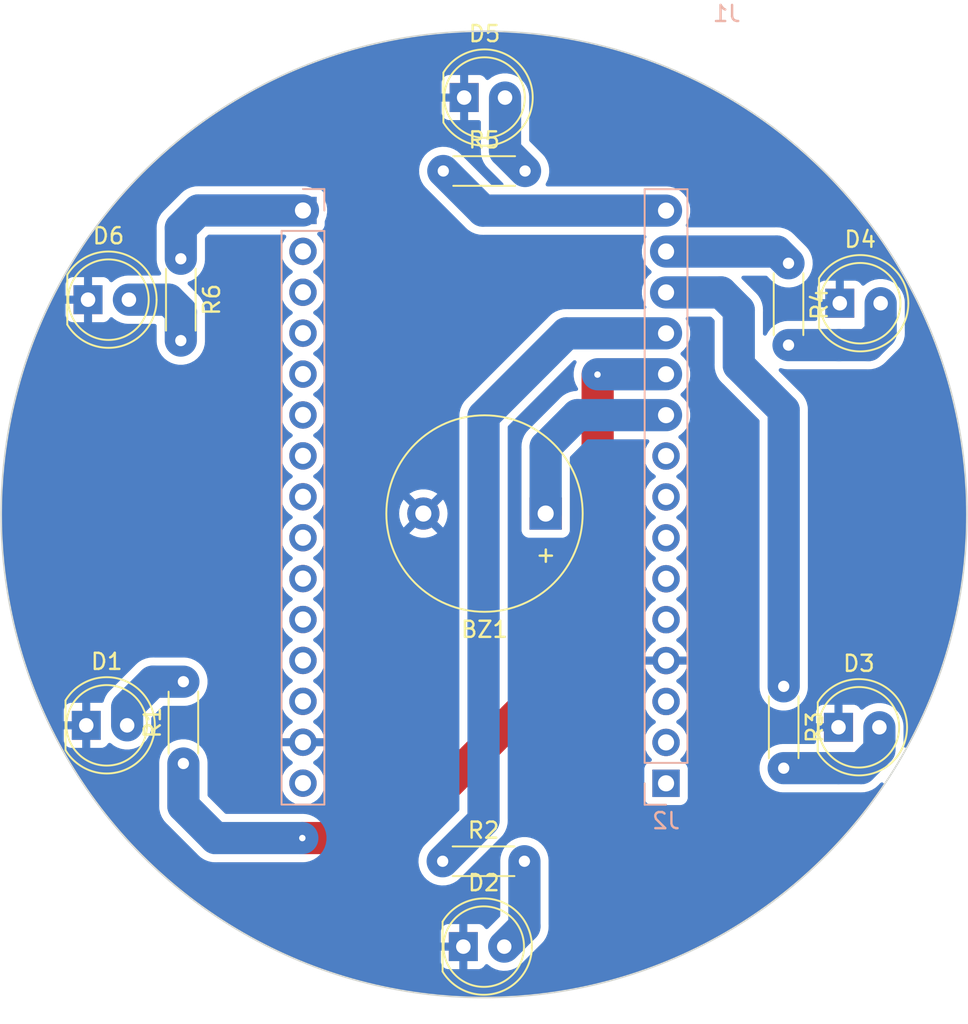
<source format=kicad_pcb>
(kicad_pcb (version 20221018) (generator pcbnew)
  (layers (0 "F.Cu" signal) (31 "B.Cu" signal) (34 "B.Paste" user) (35 "F.Paste" user) (36 "B.SilkS" user "B.Silkscreen") (37 "F.SilkS" user "F.Silkscreen") (38 "B.Mask" user) (39 "F.Mask" user) (44 "Edge.Cuts" user))
  (net 0 "")
  (net 1 "/10")
  (net 2 "GND")
  (net 3 "Net-(D1-A)")
  (net 4 "Net-(D2-A)")
  (net 5 "Net-(D3-A)")
  (net 6 "Net-(D4-A)")
  (net 7 "Net-(D5-A)")
  (net 8 "Net-(D6-A)")
  (net 9 "/16")
  (net 10 "/17")
  (net 11 "/18")
  (net 12 "/19")
  (net 13 "/20")
  (net 14 "/21")
  (net 15 "/22")
  (net 16 "/23")
  (net 17 "/24")
  (net 18 "/25")
  (net 19 "/26")
  (net 20 "/27")
  (net 21 "/28")
  (net 22 "/30")
  (net 23 "/1")
  (net 24 "/2")
  (net 25 "/3")
  (net 26 "/5")
  (net 27 "/6")
  (net 28 "/7")
  (net 29 "/8")
  (net 30 "/9")
  (net 31 "/11")
  (net 32 "/12")
  (net 33 "/13")
  (net 34 "/14")
  (net 35 "/15")
  (footprint "LED_THT:LED_D5.0mm" (layer "F.Cu") (at 125.285 113.1)
    (fp_text reference "D1" (at 1.27 -3.96) (layer "F.SilkS"))
    (fp_text value "LED")
    (fp_line (start -1.29 -1.545) (end -1.29 1.545) (stroke (width 0.12)) (layer "F.SilkS"))
    (fp_arc (start -1.29 -1.54483) (mid 2.072002 -2.880433) (end 4.26 0.000462) (stroke (width 0.12)) (layer "F.SilkS"))
    (fp_arc (start 4.26 -0.000462) (mid 2.072002 2.880433) (end -1.29 1.54483) (stroke (width 0.12)) (layer "F.SilkS"))
    (fp_circle (center 1.27 0) (end 3.77 0) (stroke (width 0.12)) (fill none) (layer "F.SilkS"))
    (pad "1" thru_hole rect (at 0 0) (size 1.8 1.8) (drill 0.9) (layers "*.Cu" "*.Mask") (net 2 "GND"))
    (pad "2" thru_hole circle (at 2.54 0) (size 1.8 1.8) (drill 0.9) (layers "*.Cu" "*.Mask") (net 3 "Net-(D1-A)"))
  )
  (footprint "Buzzer_Beeper:Buzzer_12x9.5RM7.6" (layer "F.Cu") (at 153.83 99.95 180)
    (fp_text reference "BZ1" (at 3.8 -7.2) (layer "F.SilkS"))
    (fp_text value "Buzzer")
    (fp_text user "+" (at -0.01 -2.54) (layer "F.SilkS"))
    (fp_circle (center 3.8 0) (end 9.9 0) (stroke (width 0.12)) (fill none) (layer "F.SilkS"))
    (pad "1" thru_hole rect (at 0 0 180) (size 2 2) (drill 1) (layers "*.Cu" "*.Mask") (net 1 "/10"))
    (pad "2" thru_hole circle (at 7.6 0 180) (size 2 2) (drill 1) (layers "*.Cu" "*.Mask") (net 2 "GND"))
  )
  (footprint "Resistor_THT:R_Axial_DIN0204_L3.6mm_D1.6mm_P5.08mm_Horizontal" (layer "F.Cu") (at 131.32 115.47 90)
    (fp_text reference "R1" (at 2.54 -1.92 90) (layer "F.SilkS"))
    (fp_text value "R")
    (fp_line (start 0.62 -0.92) (end 4.46 -0.92) (stroke (width 0.12)) (layer "F.SilkS"))
    (fp_line (start 0.62 0.92) (end 4.46 0.92) (stroke (width 0.12)) (layer "F.SilkS"))
    (pad "1" thru_hole circle (at 0 0 90) (size 1.4 1.4) (drill 0.7) (layers "*.Cu" "*.Mask") (net 31 "/11"))
    (pad "2" thru_hole oval (at 5.08 0 90) (size 1.4 1.4) (drill 0.7) (layers "*.Cu" "*.Mask") (net 3 "Net-(D1-A)"))
  )
  (footprint "LED_THT:LED_D5.0mm" (layer "F.Cu") (at 148.765 74.12)
    (fp_text reference "D5" (at 1.27 -3.96) (layer "F.SilkS"))
    (fp_text value "LED")
    (fp_line (start -1.29 -1.545) (end -1.29 1.545) (stroke (width 0.12)) (layer "F.SilkS"))
    (fp_arc (start -1.29 -1.54483) (mid 2.072002 -2.880433) (end 4.26 0.000462) (stroke (width 0.12)) (layer "F.SilkS"))
    (fp_arc (start 4.26 -0.000462) (mid 2.072002 2.880433) (end -1.29 1.54483) (stroke (width 0.12)) (layer "F.SilkS"))
    (fp_circle (center 1.27 0) (end 3.77 0) (stroke (width 0.12)) (fill none) (layer "F.SilkS"))
    (pad "1" thru_hole rect (at 0 0) (size 1.8 1.8) (drill 0.9) (layers "*.Cu" "*.Mask") (net 2 "GND"))
    (pad "2" thru_hole circle (at 2.54 0) (size 1.8 1.8) (drill 0.9) (layers "*.Cu" "*.Mask") (net 7 "Net-(D5-A)"))
  )
  (footprint "Resistor_THT:R_Axial_DIN0204_L3.6mm_D1.6mm_P5.08mm_Horizontal" (layer "F.Cu") (at 147.43 121.54)
    (fp_text reference "R2" (at 2.54 -1.92) (layer "F.SilkS"))
    (fp_text value "R")
    (fp_line (start 0.62 -0.92) (end 4.46 -0.92) (stroke (width 0.12)) (layer "F.SilkS"))
    (fp_line (start 0.62 0.92) (end 4.46 0.92) (stroke (width 0.12)) (layer "F.SilkS"))
    (pad "1" thru_hole circle (at 0 0) (size 1.4 1.4) (drill 0.7) (layers "*.Cu" "*.Mask") (net 32 "/12"))
    (pad "2" thru_hole oval (at 5.08 0) (size 1.4 1.4) (drill 0.7) (layers "*.Cu" "*.Mask") (net 4 "Net-(D2-A)"))
  )
  (footprint "LED_THT:LED_D5.0mm" (layer "F.Cu") (at 125.395 86.67)
    (fp_text reference "D6" (at 1.27 -3.96) (layer "F.SilkS"))
    (fp_text value "LED")
    (fp_line (start -1.29 -1.545) (end -1.29 1.545) (stroke (width 0.12)) (layer "F.SilkS"))
    (fp_arc (start -1.29 -1.54483) (mid 2.072002 -2.880433) (end 4.26 0.000462) (stroke (width 0.12)) (layer "F.SilkS"))
    (fp_arc (start 4.26 -0.000462) (mid 2.072002 2.880433) (end -1.29 1.54483) (stroke (width 0.12)) (layer "F.SilkS"))
    (fp_circle (center 1.27 0) (end 3.77 0) (stroke (width 0.12)) (fill none) (layer "F.SilkS"))
    (pad "1" thru_hole rect (at 0 0) (size 1.8 1.8) (drill 0.9) (layers "*.Cu" "*.Mask") (net 2 "GND"))
    (pad "2" thru_hole circle (at 2.54 0) (size 1.8 1.8) (drill 0.9) (layers "*.Cu" "*.Mask") (net 8 "Net-(D6-A)"))
  )
  (footprint "Resistor_THT:R_Axial_DIN0204_L3.6mm_D1.6mm_P5.08mm_Horizontal" (layer "F.Cu") (at 147.47 78.68)
    (fp_text reference "R5" (at 2.54 -1.92) (layer "F.SilkS"))
    (fp_text value "R")
    (fp_line (start 0.62 -0.92) (end 4.46 -0.92) (stroke (width 0.12)) (layer "F.SilkS"))
    (fp_line (start 0.62 0.92) (end 4.46 0.92) (stroke (width 0.12)) (layer "F.SilkS"))
    (pad "1" thru_hole circle (at 0 0) (size 1.4 1.4) (drill 0.7) (layers "*.Cu" "*.Mask") (net 35 "/15"))
    (pad "2" thru_hole oval (at 5.08 0) (size 1.4 1.4) (drill 0.7) (layers "*.Cu" "*.Mask") (net 7 "Net-(D5-A)"))
  )
  (footprint "LED_THT:LED_D5.0mm" (layer "F.Cu") (at 148.715 126.84)
    (fp_text reference "D2" (at 1.27 -3.96) (layer "F.SilkS"))
    (fp_text value "LED")
    (fp_line (start -1.29 -1.545) (end -1.29 1.545) (stroke (width 0.12)) (layer "F.SilkS"))
    (fp_arc (start -1.29 -1.54483) (mid 2.072002 -2.880433) (end 4.26 0.000462) (stroke (width 0.12)) (layer "F.SilkS"))
    (fp_arc (start 4.26 -0.000462) (mid 2.072002 2.880433) (end -1.29 1.54483) (stroke (width 0.12)) (layer "F.SilkS"))
    (fp_circle (center 1.27 0) (end 3.77 0) (stroke (width 0.12)) (fill none) (layer "F.SilkS"))
    (pad "1" thru_hole rect (at 0 0) (size 1.8 1.8) (drill 0.9) (layers "*.Cu" "*.Mask") (net 2 "GND"))
    (pad "2" thru_hole circle (at 2.54 0) (size 1.8 1.8) (drill 0.9) (layers "*.Cu" "*.Mask") (net 4 "Net-(D2-A)"))
  )
  (footprint "Resistor_THT:R_Axial_DIN0204_L3.6mm_D1.6mm_P5.08mm_Horizontal" (layer "F.Cu") (at 168.62 110.68 -90)
    (fp_text reference "R3" (at 2.54 -1.92 90) (layer "F.SilkS"))
    (fp_text value "R")
    (fp_line (start 0.62 -0.92) (end 4.46 -0.92) (stroke (width 0.12)) (layer "F.SilkS"))
    (fp_line (start 0.62 0.92) (end 4.46 0.92) (stroke (width 0.12)) (layer "F.SilkS"))
    (pad "1" thru_hole circle (at 0 0 270) (size 1.4 1.4) (drill 0.7) (layers "*.Cu" "*.Mask") (net 33 "/13"))
    (pad "2" thru_hole oval (at 5.08 0 270) (size 1.4 1.4) (drill 0.7) (layers "*.Cu" "*.Mask") (net 5 "Net-(D3-A)"))
  )
  (footprint "Resistor_THT:R_Axial_DIN0204_L3.6mm_D1.6mm_P5.08mm_Horizontal" (layer "F.Cu") (at 168.92 84.41 -90)
    (fp_text reference "R4" (at 2.54 -1.92 90) (layer "F.SilkS"))
    (fp_text value "R")
    (fp_line (start 0.62 -0.92) (end 4.46 -0.92) (stroke (width 0.12)) (layer "F.SilkS"))
    (fp_line (start 0.62 0.92) (end 4.46 0.92) (stroke (width 0.12)) (layer "F.SilkS"))
    (pad "1" thru_hole circle (at 0 0 270) (size 1.4 1.4) (drill 0.7) (layers "*.Cu" "*.Mask") (net 34 "/14"))
    (pad "2" thru_hole oval (at 5.08 0 270) (size 1.4 1.4) (drill 0.7) (layers "*.Cu" "*.Mask") (net 6 "Net-(D4-A)"))
  )
  (footprint "Resistor_THT:R_Axial_DIN0204_L3.6mm_D1.6mm_P5.08mm_Horizontal" (layer "F.Cu") (at 131.16 84.13 -90)
    (fp_text reference "R6" (at 2.54 -1.92 90) (layer "F.SilkS"))
    (fp_text value "R")
    (fp_line (start 0.62 -0.92) (end 4.46 -0.92) (stroke (width 0.12)) (layer "F.SilkS"))
    (fp_line (start 0.62 0.92) (end 4.46 0.92) (stroke (width 0.12)) (layer "F.SilkS"))
    (pad "1" thru_hole circle (at 0 0 270) (size 1.4 1.4) (drill 0.7) (layers "*.Cu" "*.Mask") (net 9 "/16"))
    (pad "2" thru_hole oval (at 5.08 0 270) (size 1.4 1.4) (drill 0.7) (layers "*.Cu" "*.Mask") (net 8 "Net-(D6-A)"))
  )
  (footprint "LED_THT:LED_D5.0mm" (layer "F.Cu") (at 172.105 86.89)
    (fp_text reference "D4" (at 1.27 -3.96) (layer "F.SilkS"))
    (fp_text value "LED")
    (fp_line (start -1.29 -1.545) (end -1.29 1.545) (stroke (width 0.12)) (layer "F.SilkS"))
    (fp_arc (start -1.29 -1.54483) (mid 2.072002 -2.880433) (end 4.26 0.000462) (stroke (width 0.12)) (layer "F.SilkS"))
    (fp_arc (start 4.26 -0.000462) (mid 2.072002 2.880433) (end -1.29 1.54483) (stroke (width 0.12)) (layer "F.SilkS"))
    (fp_circle (center 1.27 0) (end 3.77 0) (stroke (width 0.12)) (fill none) (layer "F.SilkS"))
    (pad "1" thru_hole rect (at 0 0) (size 1.8 1.8) (drill 0.9) (layers "*.Cu" "*.Mask") (net 2 "GND"))
    (pad "2" thru_hole circle (at 2.54 0) (size 1.8 1.8) (drill 0.9) (layers "*.Cu" "*.Mask") (net 6 "Net-(D4-A)"))
  )
  (footprint "LED_THT:LED_D5.0mm" (layer "F.Cu") (at 172.025 113.22)
    (fp_text reference "D3" (at 1.27 -3.96) (layer "F.SilkS"))
    (fp_text value "LED")
    (fp_line (start -1.29 -1.545) (end -1.29 1.545) (stroke (width 0.12)) (layer "F.SilkS"))
    (fp_arc (start -1.29 -1.54483) (mid 2.072002 -2.880433) (end 4.26 0.000462) (stroke (width 0.12)) (layer "F.SilkS"))
    (fp_arc (start 4.26 -0.000462) (mid 2.072002 2.880433) (end -1.29 1.54483) (stroke (width 0.12)) (layer "F.SilkS"))
    (fp_circle (center 1.27 0) (end 3.77 0) (stroke (width 0.12)) (fill none) (layer "F.SilkS"))
    (pad "1" thru_hole rect (at 0 0) (size 1.8 1.8) (drill 0.9) (layers "*.Cu" "*.Mask") (net 2 "GND"))
    (pad "2" thru_hole circle (at 2.54 0) (size 1.8 1.8) (drill 0.9) (layers "*.Cu" "*.Mask") (net 5 "Net-(D3-A)"))
  )
  (footprint "Connector_PinHeader_2.54mm:PinHeader_1x15_P2.54mm_Vertical" (layer "B.Cu") (at 161.31 116.7)
    (fp_text reference "J2" (at 0 2.33) (layer "B.SilkS") (effects (justify mirror)))
    (fp_text value "Conn_01x15_MountingPin" hide)
    (fp_line (start -1.33 -36.89) (end 1.33 -36.89) (stroke (width 0.12)) (layer "B.SilkS"))
    (fp_line (start -1.33 -1.27) (end -1.33 -36.89) (stroke (width 0.12)) (layer "B.SilkS"))
    (fp_line (start -1.33 -1.27) (end 1.33 -1.27) (stroke (width 0.12)) (layer "B.SilkS"))
    (fp_line (start -1.33 0) (end -1.33 1.33) (stroke (width 0.12)) (layer "B.SilkS"))
    (fp_line (start -1.33 1.33) (end 0 1.33) (stroke (width 0.12)) (layer "B.SilkS"))
    (fp_line (start 1.33 -1.27) (end 1.33 -36.89) (stroke (width 0.12)) (layer "B.SilkS"))
    (pad "1" thru_hole rect (at 0 0) (size 1.7 1.7) (drill 1) (layers "*.Cu" "*.Mask") (net 23 "/1"))
    (pad "2" thru_hole oval (at 0 -2.54) (size 1.7 1.7) (drill 1) (layers "*.Cu" "*.Mask") (net 24 "/2"))
    (pad "3" thru_hole oval (at 0 -5.08) (size 1.7 1.7) (drill 1) (layers "*.Cu" "*.Mask") (net 25 "/3"))
    (pad "4" thru_hole oval (at 0 -7.62) (size 1.7 1.7) (drill 1) (layers "*.Cu" "*.Mask") (net 2 "GND"))
    (pad "5" thru_hole oval (at 0 -10.16) (size 1.7 1.7) (drill 1) (layers "*.Cu" "*.Mask") (net 26 "/5"))
    (pad "6" thru_hole oval (at 0 -12.7) (size 1.7 1.7) (drill 1) (layers "*.Cu" "*.Mask") (net 27 "/6"))
    (pad "7" thru_hole oval (at 0 -15.24) (size 1.7 1.7) (drill 1) (layers "*.Cu" "*.Mask") (net 28 "/7"))
    (pad "8" thru_hole oval (at 0 -17.78) (size 1.7 1.7) (drill 1) (layers "*.Cu" "*.Mask") (net 29 "/8"))
    (pad "9" thru_hole oval (at 0 -20.32) (size 1.7 1.7) (drill 1) (layers "*.Cu" "*.Mask") (net 30 "/9"))
    (pad "10" thru_hole oval (at 0 -22.86) (size 1.7 1.7) (drill 1) (layers "*.Cu" "*.Mask") (net 1 "/10"))
    (pad "11" thru_hole oval (at 0 -25.4) (size 1.7 1.7) (drill 1) (layers "*.Cu" "*.Mask") (net 31 "/11"))
    (pad "12" thru_hole oval (at 0 -27.94) (size 1.7 1.7) (drill 1) (layers "*.Cu" "*.Mask") (net 32 "/12"))
    (pad "13" thru_hole oval (at 0 -30.48) (size 1.7 1.7) (drill 1) (layers "*.Cu" "*.Mask") (net 33 "/13"))
    (pad "14" thru_hole oval (at 0 -33.02) (size 1.7 1.7) (drill 1) (layers "*.Cu" "*.Mask") (net 34 "/14"))
    (pad "15" thru_hole oval (at 0 -35.56) (size 1.7 1.7) (drill 1) (layers "*.Cu" "*.Mask") (net 35 "/15"))
  )
  (footprint "Connector_PinHeader_2.54mm:PinHeader_1x15_P2.54mm_Vertical" (layer "B.Cu") (at 138.75 81.13 180)
    (fp_text reference "J1" (at -26.33 12.22) (layer "B.SilkS") (effects (justify mirror)))
    (fp_text value "Conn_01x15_MountingPin" hide)
    (fp_line (start -1.33 -36.89) (end 1.33 -36.89) (stroke (width 0.12)) (layer "B.SilkS"))
    (fp_line (start -1.33 -1.27) (end -1.33 -36.89) (stroke (width 0.12)) (layer "B.SilkS"))
    (fp_line (start -1.33 -1.27) (end 1.33 -1.27) (stroke (width 0.12)) (layer "B.SilkS"))
    (fp_line (start -1.33 0) (end -1.33 1.33) (stroke (width 0.12)) (layer "B.SilkS"))
    (fp_line (start -1.33 1.33) (end 0 1.33) (stroke (width 0.12)) (layer "B.SilkS"))
    (fp_line (start 1.33 -1.27) (end 1.33 -36.89) (stroke (width 0.12)) (layer "B.SilkS"))
    (pad "1" thru_hole rect (at 0 0 180) (size 1.7 1.7) (drill 1) (layers "*.Cu" "*.Mask") (net 9 "/16"))
    (pad "2" thru_hole oval (at 0 -2.54 180) (size 1.7 1.7) (drill 1) (layers "*.Cu" "*.Mask") (net 10 "/17"))
    (pad "3" thru_hole oval (at 0 -5.08 180) (size 1.7 1.7) (drill 1) (layers "*.Cu" "*.Mask") (net 11 "/18"))
    (pad "4" thru_hole oval (at 0 -7.62 180) (size 1.7 1.7) (drill 1) (layers "*.Cu" "*.Mask") (net 12 "/19"))
    (pad "5" thru_hole oval (at 0 -10.16 180) (size 1.7 1.7) (drill 1) (layers "*.Cu" "*.Mask") (net 13 "/20"))
    (pad "6" thru_hole oval (at 0 -12.7 180) (size 1.7 1.7) (drill 1) (layers "*.Cu" "*.Mask") (net 14 "/21"))
    (pad "7" thru_hole oval (at 0 -15.24 180) (size 1.7 1.7) (drill 1) (layers "*.Cu" "*.Mask") (net 15 "/22"))
    (pad "8" thru_hole oval (at 0 -17.78 180) (size 1.7 1.7) (drill 1) (layers "*.Cu" "*.Mask") (net 16 "/23"))
    (pad "9" thru_hole oval (at 0 -20.32 180) (size 1.7 1.7) (drill 1) (layers "*.Cu" "*.Mask") (net 17 "/24"))
    (pad "10" thru_hole oval (at 0 -22.86 180) (size 1.7 1.7) (drill 1) (layers "*.Cu" "*.Mask") (net 18 "/25"))
    (pad "11" thru_hole oval (at 0 -25.4 180) (size 1.7 1.7) (drill 1) (layers "*.Cu" "*.Mask") (net 19 "/26"))
    (pad "12" thru_hole oval (at 0 -27.94 180) (size 1.7 1.7) (drill 1) (layers "*.Cu" "*.Mask") (net 20 "/27"))
    (pad "13" thru_hole oval (at 0 -30.48 180) (size 1.7 1.7) (drill 1) (layers "*.Cu" "*.Mask") (net 21 "/28"))
    (pad "14" thru_hole oval (at 0 -33.02 180) (size 1.7 1.7) (drill 1) (layers "*.Cu" "*.Mask") (net 2 "GND"))
    (pad "15" thru_hole oval (at 0 -35.56 180) (size 1.7 1.7) (drill 1) (layers "*.Cu" "*.Mask") (net 22 "/30"))
  )
  (gr_circle (center 150 100) (end 180 100) (stroke (width 0.1)) (fill none) (layer "Edge.Cuts"))
  (segment (start 153.83 95.81) (end 155.8 93.84) (width 2) (layer "B.Cu") (net 1))
  (segment (start 155.8 93.84) (end 161.31 93.84) (width 2) (layer "B.Cu") (net 1))
  (segment (start 153.83 99.95) (end 153.83 95.81) (width 2) (layer "B.Cu") (net 1))
  (segment (start 127.825 111.995) (end 129.43 110.39) (width 2) (layer "B.Cu") (net 3))
  (segment (start 129.43 110.39) (end 131.32 110.39) (width 2) (layer "B.Cu") (net 3))
  (segment (start 127.825 113.1) (end 127.825 111.995) (width 2) (layer "B.Cu") (net 3))
  (segment (start 151.255 126.84) (end 152.51 125.585) (width 2) (layer "B.Cu") (net 4))
  (segment (start 152.51 125.585) (end 152.51 121.54) (width 2) (layer "B.Cu") (net 4))
  (segment (start 168.62 115.76) (end 172.025 115.76) (width 2) (layer "B.Cu") (net 5))
  (segment (start 172.025 115.76) (end 173.43 115.76) (width 2) (layer "B.Cu") (net 5))
  (segment (start 174.565 114.625) (end 174.565 113.22) (width 2) (layer "B.Cu") (net 5))
  (segment (start 173.43 115.76) (end 174.565 114.625) (width 2) (layer "B.Cu") (net 5))
  (segment (start 172.045 89.49) (end 173.88 89.49) (width 2) (layer "B.Cu") (net 6))
  (segment (start 174.645 88.725) (end 174.645 86.89) (width 2) (layer "B.Cu") (net 6))
  (segment (start 173.88 89.49) (end 174.645 88.725) (width 2) (layer "B.Cu") (net 6))
  (segment (start 168.92 89.49) (end 172.045 89.49) (width 2) (layer "B.Cu") (net 6))
  (segment (start 151.305 74.12) (end 151.305 77.435) (width 2) (layer "B.Cu") (net 7))
  (segment (start 151.305 77.435) (end 152.55 78.68) (width 2) (layer "B.Cu") (net 7))
  (segment (start 127.935 86.67) (end 130.41 86.67) (width 2) (layer "B.Cu") (net 8))
  (segment (start 130.41 86.67) (end 131.16 87.42) (width 2) (layer "B.Cu") (net 8))
  (segment (start 131.16 87.42) (end 131.16 89.21) (width 2) (layer "B.Cu") (net 8))
  (segment (start 132.25 81.13) (end 138.75 81.13) (width 2) (layer "B.Cu") (net 9))
  (segment (start 131.16 82.22) (end 132.25 81.13) (width 2) (layer "B.Cu") (net 9))
  (segment (start 131.16 84.13) (end 131.16 82.22) (width 2) (layer "B.Cu") (net 9))
  (segment (start 157.06 107.42) (end 157.06 91.33) (width 2) (layer "F.Cu") (net 31))
  (segment (start 138.71 120.1) (end 144.38 120.1) (width 2) (layer "F.Cu") (net 31))
  (segment (start 157.05 91.32) (end 157.06 91.33) (width 0.25) (layer "F.Cu") (net 31))
  (segment (start 144.38 120.1) (end 157.06 107.42) (width 2) (layer "F.Cu") (net 31))
  (via (at 157.05 91.32) (size 0.8) (drill 0.4) (layers "F.Cu" "B.Cu") (net 31))
  (via (at 138.71 120.1) (size 0.8) (drill 0.4) (layers "F.Cu" "B.Cu") (net 31))
  (segment (start 157.07 91.3) (end 161.31 91.3) (width 2) (layer "B.Cu") (net 31))
  (segment (start 133.31 120.1) (end 138.71 120.1) (width 2) (layer "B.Cu") (net 31))
  (segment (start 131.32 118.11) (end 133.31 120.1) (width 2) (layer "B.Cu") (net 31))
  (segment (start 131.32 115.47) (end 131.32 118.11) (width 2) (layer "B.Cu") (net 31))
  (segment (start 157.05 91.32) (end 157.07 91.3) (width 0.25) (layer "B.Cu") (net 31))
  (segment (start 149.97 93.91) (end 155.12 88.76) (width 2) (layer "B.Cu") (net 32))
  (segment (start 147.43 121.54) (end 149.97 119) (width 2) (layer "B.Cu") (net 32))
  (segment (start 149.97 119) (end 149.97 93.91) (width 2) (layer "B.Cu") (net 32))
  (segment (start 155.12 88.76) (end 161.31 88.76) (width 2) (layer "B.Cu") (net 32))
  (segment (start 168.62 110.68) (end 168.62 93.53) (width 2) (layer "B.Cu") (net 33))
  (segment (start 165.83 90.74) (end 165.83 87.32) (width 2) (layer "B.Cu") (net 33))
  (segment (start 168.62 93.53) (end 165.83 90.74) (width 2) (layer "B.Cu") (net 33))
  (segment (start 164.73 86.22) (end 161.31 86.22) (width 2) (layer "B.Cu") (net 33))
  (segment (start 165.83 87.32) (end 164.73 86.22) (width 2) (layer "B.Cu") (net 33))
  (segment (start 168.19 83.68) (end 161.31 83.68) (width 2) (layer "B.Cu") (net 34))
  (segment (start 168.92 84.41) (end 168.19 83.68) (width 2) (layer "B.Cu") (net 34))
  (segment (start 149.93 81.14) (end 161.31 81.14) (width 2) (layer "B.Cu") (net 35))
  (segment (start 147.47 78.68) (end 149.93 81.14) (width 2) (layer "B.Cu") (net 35))
  (zone (net 2) (net_name "GND") (layer "B.Cu") (connect_pads (clearance 0.5)) (min_thickness 0.25) (fill yes (thermal_gap 0.5) (thermal_bridge_width 0.5))
    (polygon (pts (xy 180 100) (xy 179.979985 98.904339) (xy 179.919969 97.810141) (xy 179.820029 96.718864) (xy 179.680301 95.631965) (xy 179.50097 94.550894) (xy 179.282276 93.477095) (xy 179.024511 92.411999) (xy 178.728018 91.357027) (xy 178.393193 90.313588) (xy 178.020483 89.283073) (xy 177.610386 88.266858) (xy 177.163447 87.266299) (xy 176.680264 86.28273) (xy 176.161482 85.317465) (xy 175.607793 84.37179) (xy 175.019935 83.446968) (xy 174.398692 82.544233) (xy 173.744895 81.664789) (xy 173.059414 80.809809) (xy 172.343165 79.980436) (xy 171.597104 79.177774) (xy 170.822226 78.402896) (xy 170.019564 77.656835) (xy 169.190191 76.940586) (xy 168.335211 76.255105) (xy 167.455767 75.601308) (xy 166.553032 74.980065) (xy 165.62821 74.392207) (xy 164.682535 73.838518) (xy 163.71727 73.319736) (xy 162.733701 72.836553) (xy 161.733142 72.389614) (xy 160.716927 71.979517) (xy 159.686412 71.606807) (xy 158.642973 71.271982) (xy 157.588001 70.975489) (xy 156.522905 70.717724) (xy 155.449106 70.49903) (xy 154.368035 70.319699) (xy 153.281136 70.179971) (xy 152.189859 70.080031) (xy 151.095661 70.020015) (xy 150 70) (xy 148.904339 70.020015) (xy 147.810141 70.080031) (xy 146.718864 70.179971) (xy 145.631965 70.319699) (xy 144.550894 70.49903) (xy 143.477095 70.717724) (xy 142.411999 70.975489) (xy 141.357027 71.271982) (xy 140.313588 71.606807) (xy 139.283073 71.979517) (xy 138.266858 72.389614) (xy 137.266299 72.836553) (xy 136.28273 73.319736) (xy 135.317465 73.838518) (xy 134.37179 74.392207) (xy 133.446968 74.980065) (xy 132.544233 75.601308) (xy 131.664789 76.255105) (xy 130.809809 76.940586) (xy 129.980436 77.656835) (xy 129.177774 78.402896) (xy 128.402896 79.177774) (xy 127.656835 79.980436) (xy 126.940586 80.809809) (xy 126.255105 81.664789) (xy 125.601308 82.544233) (xy 124.980065 83.446968) (xy 124.392207 84.37179) (xy 123.838518 85.317465) (xy 123.319736 86.28273) (xy 122.836553 87.266299) (xy 122.389614 88.266858) (xy 121.979517 89.283073) (xy 121.606807 90.313588) (xy 121.271982 91.357027) (xy 120.975489 92.411999) (xy 120.717724 93.477095) (xy 120.49903 94.550894) (xy 120.319699 95.631965) (xy 120.179971 96.718864) (xy 120.080031 97.810141) (xy 120.020015 98.904339) (xy 120 100) (xy 120.020015 101.095661) (xy 120.080031 102.189859) (xy 120.179971 103.281136) (xy 120.319699 104.368035) (xy 120.49903 105.449106) (xy 120.717724 106.522905) (xy 120.975489 107.588001) (xy 121.271982 108.642973) (xy 121.606807 109.686412) (xy 121.979517 110.716927) (xy 122.389614 111.733142) (xy 122.836553 112.733701) (xy 123.319736 113.71727) (xy 123.838518 114.682535) (xy 124.392207 115.62821) (xy 124.980065 116.553032) (xy 125.601308 117.455767) (xy 126.255105 118.335211) (xy 126.940586 119.190191) (xy 127.656835 120.019564) (xy 128.402896 120.822226) (xy 129.177774 121.597104) (xy 129.980436 122.343165) (xy 130.809809 123.059414) (xy 131.664789 123.744895) (xy 132.544233 124.398692) (xy 133.446968 125.019935) (xy 134.37179 125.607793) (xy 135.317465 126.161482) (xy 136.28273 126.680264) (xy 137.266299 127.163447) (xy 138.266858 127.610386) (xy 139.283073 128.020483) (xy 140.313588 128.393193) (xy 141.357027 128.728018) (xy 142.411999 129.024511) (xy 143.477095 129.282276) (xy 144.550894 129.50097) (xy 145.631965 129.680301) (xy 146.718864 129.820029) (xy 147.810141 129.919969) (xy 148.904339 129.979985) (xy 150 130) (xy 151.095661 129.979985) (xy 152.189859 129.919969) (xy 153.281136 129.820029) (xy 154.368035 129.680301) (xy 155.449106 129.50097) (xy 156.522905 129.282276) (xy 157.588001 129.024511) (xy 158.642973 128.728018) (xy 159.686412 128.393193) (xy 160.716927 128.020483) (xy 161.733142 127.610386) (xy 162.733701 127.163447) (xy 163.71727 126.680264) (xy 164.682535 126.161482) (xy 165.62821 125.607793) (xy 166.553032 125.019935) (xy 167.455767 124.398692) (xy 168.335211 123.744895) (xy 169.190191 123.059414) (xy 170.019564 122.343165) (xy 170.822226 121.597104) (xy 171.597104 120.822226) (xy 172.343165 120.019564) (xy 173.059414 119.190191) (xy 173.744895 118.335211) (xy 174.398692 117.455767) (xy 175.019935 116.553032) (xy 175.607793 115.62821) (xy 176.161482 114.682535) (xy 176.680264 113.71727) (xy 177.163447 112.733701) (xy 177.610386 111.733142) (xy 178.020483 110.716927) (xy 178.393193 109.686412) (xy 178.728018 108.642973) (xy 179.024511 107.588001) (xy 179.282276 106.522905) (xy 179.50097 105.449106) (xy 179.680301 104.368035) (xy 179.820029 103.281136) (xy 179.919969 102.189859) (xy 179.979985 101.095661) (xy 180 100)))
  )
)
</source>
